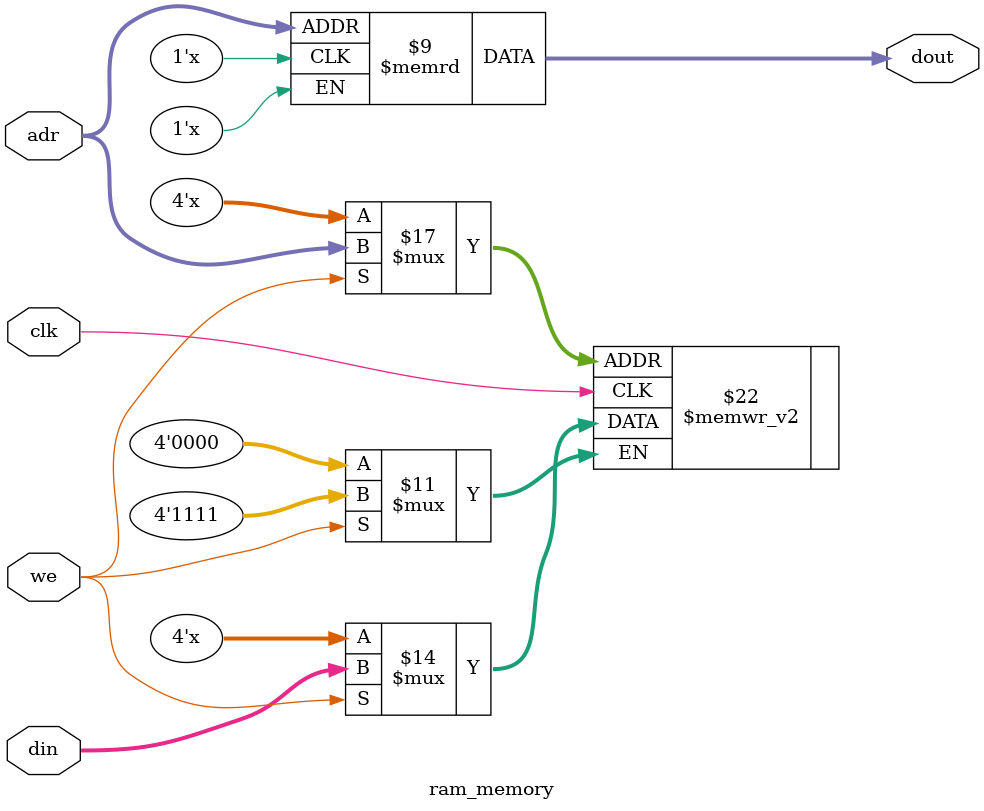
<source format=v>
module ram_memory # (parameter N=4, M=4) 
(input clk,
input we,                
input [N-1:0] adr,
input [M-1:0] din,
output  [N-1:0]dout);
reg [M-1:0] mem [N-1:0];   
always @ (posedge clk)    
if (we) mem [adr] <= din;
assign dout = mem[adr];
endmodule
</source>
